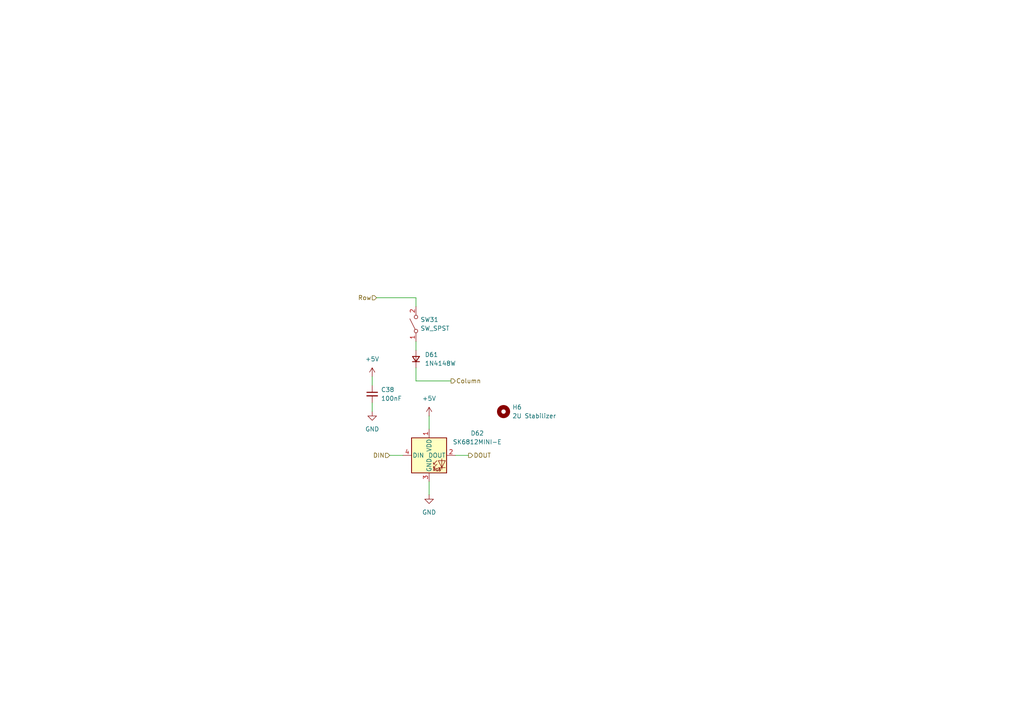
<source format=kicad_sch>
(kicad_sch (version 20250114) (generator "eeschema") (generator_version "9.0")
  (paper "A4")
  (lib_symbols
    (symbol "Device:C_Small" (pin_numbers (hide yes)) (pin_names (offset 0.254) (hide yes))
      (property "Reference" "C" (at 0.254 1.778 0))
      (property "Value" "C_Small" (at 0.254 -2.032 0))
      (symbol "C_Small_0_1"
        (polyline (pts (xy -1.524 0.508) (xy 1.524 0.508)) (stroke (width 0.3048)))
        (polyline (pts (xy -1.524 -0.508) (xy 1.524 -0.508)) (stroke (width 0.3302)))
      )
      (symbol "C_Small_1_1"
        (pin passive line (at 0 2.54 270) (length 2.032) (name "~") (number "1"))
        (pin passive line (at 0 -2.54 90) (length 2.032) (name "~") (number "2"))
      )
    )
    (symbol "Device:D_Small" (pin_numbers (hide yes)) (pin_names (offset 0.254) (hide yes))
      (property "Reference" "D" (at -1.27 2.032 0))
      (property "Value" "D_Small" (at -3.81 -2.032 0))
      (symbol "D_Small_0_1"
        (polyline (pts (xy -0.762 0) (xy 0.762 0)))
        (polyline (pts (xy -0.762 -1.016) (xy -0.762 1.016)) (stroke (width 0.254)))
        (polyline (pts (xy 0.762 -1.016) (xy -0.762 0) (xy 0.762 1.016) (xy 0.762 -1.016)) (stroke (width 0.254)))
      )
      (symbol "D_Small_1_1"
        (pin passive line (at -2.54 0 0) (length 1.778) (name "K") (number "1"))
        (pin passive line (at 2.54 0 180) (length 1.778) (name "A") (number "2"))
      )
    )
    (symbol "Mechanical:MountingHole" (pin_names (offset 1.016)) (in_bom no)
      (property "Reference" "H" (at 0 5.08 0))
      (property "Value" "MountingHole" (at 0 3.175 0))
      (symbol "MountingHole_0_1"
        (circle (center 0 0) (radius 1.27) (stroke (width 1.27)))
      )
    )
    (symbol "SW-Adafruit:SK6812MINI-E" (pin_names (offset 0.254))
      (property "Reference" "D" (at 5.08 5.715 0))
      (property "Value" "SK6812MINI-E" (at 1.27 -5.715 0))
      (symbol "SK6812MINI-E_0_0"
        (text "RGB" (at 2.286 -4.191 0) (effects (font (size 0.762 0.762))))
      )
      (symbol "SK6812MINI-E_0_1"
        (polyline (pts (xy 1.27 -2.54) (xy 1.778 -2.54)))
        (polyline (pts (xy 1.27 -3.556) (xy 1.778 -3.556)))
        (polyline (pts (xy 2.286 -1.524) (xy 1.27 -2.54) (xy 1.27 -2.032)))
        (polyline (pts (xy 2.286 -2.54) (xy 1.27 -3.556) (xy 1.27 -3.048)))
        (polyline (pts (xy 3.683 -1.016) (xy 3.683 -3.556) (xy 3.683 -4.064)))
        (polyline (pts (xy 4.699 -1.524) (xy 2.667 -1.524) (xy 3.683 -3.556) (xy 4.699 -1.524)))
        (polyline (pts (xy 4.699 -3.556) (xy 2.667 -3.556)))
        (rectangle (start 5.08 5.08) (end -5.08 -5.08) (stroke (width 0.254)) (fill (type background)))
      )
      (symbol "SK6812MINI-E_1_1"
        (pin input line (at -7.62 0 0) (length 2.54) (name "DIN") (number "4"))
        (pin power_in line (at 0 7.62 270) (length 2.54) (name "VDD") (number "1"))
        (pin power_in line (at 0 -7.62 90) (length 2.54) (name "GND") (number "3"))
        (pin output line (at 7.62 0 180) (length 2.54) (name "DOUT") (number "2"))
      )
    )
    (symbol "Switch:SW_SPST" (pin_names (offset 0) (hide yes))
      (property "Reference" "SW" (at 0 3.175 0))
      (property "Value" "SW_SPST" (at 0 -2.54 0))
      (symbol "SW_SPST_0_0"
        (circle (center -2.032 0) (radius 0.508))
        (polyline (pts (xy -1.524 0.254) (xy 1.524 1.778)))
        (circle (center 2.032 0) (radius 0.508))
      )
      (symbol "SW_SPST_1_1"
        (pin passive line (at -5.08 0 0) (length 2.54) (name "A") (number "1"))
        (pin passive line (at 5.08 0 180) (length 2.54) (name "B") (number "2"))
      )
    )
    (symbol "power:+5V" (power) (pin_numbers (hide yes)) (pin_names (offset 0) (hide yes))
      (property "Value" "+5V" (at 0 3.556 0))
      (symbol "+5V_0_1"
        (polyline (pts (xy -0.762 1.27) (xy 0 2.54)))
        (polyline (pts (xy 0 2.54) (xy 0.762 1.27)))
        (polyline (pts (xy 0 0) (xy 0 2.54)))
      )
      (symbol "+5V_1_1"
        (pin power_in line (at 0 0 90) (length 0) (name "~") (number "1"))
      )
    )
    (symbol "power:GND" (power) (pin_numbers (hide yes)) (pin_names (offset 0) (hide yes))
      (property "Value" "GND" (at 0 -3.81 0))
      (symbol "GND_0_1"
        (polyline (pts (xy 0 0) (xy 0 -1.27) (xy 1.27 -1.27) (xy 0 -2.54) (xy -1.27 -1.27) (xy 0 -1.27)))
      )
      (symbol "GND_1_1"
        (pin power_in line (at 0 0 270) (length 0) (name "~") (number "1"))
      )
    )
  )
  (wire (pts (xy 120.65 86.36) (xy 120.65 88.9)))
  (wire (pts (xy 120.65 110.49) (xy 130.81 110.49)))
  (wire (pts (xy 120.65 99.06) (xy 120.65 101.6)))
  (wire (pts (xy 132.08 132.08) (xy 135.89 132.08)))
  (wire (pts (xy 109.22 86.36) (xy 120.65 86.36)))
  (wire (pts (xy 113.03 132.08) (xy 116.84 132.08)))
  (wire (pts (xy 107.95 109.22) (xy 107.95 111.76)))
  (wire (pts (xy 124.46 139.7) (xy 124.46 143.51)))
  (wire (pts (xy 124.46 120.65) (xy 124.46 124.46)))
  (wire (pts (xy 107.95 116.84) (xy 107.95 119.38)))
  (wire (pts (xy 120.65 106.68) (xy 120.65 110.49)))
  (hierarchical_label "Column" (shape output) (at 130.81 110.49 0))
  (hierarchical_label "DIN" (shape input) (at 113.03 132.08 180))
  (hierarchical_label "Row" (shape input) (at 109.22 86.36 180))
  (hierarchical_label "DOUT" (shape output) (at 135.89 132.08 0))
  (symbol (lib_id "Switch:SW_SPST") (at 120.65 93.98 90) (unit 1)
    (property "Reference" "SW31" (at 121.92 92.7099 90) (effects (justify right)))
    (property "Value" "SW_SPST" (at 121.92 95.2499 90) (effects (justify right)))
    (property "Footprint" "PCM_Switch_Keyboard_Hotswap_Kailh:SW_Hotswap_Kailh_MX_2.25u" (effects (hide yes)))
    (property "Description" "Single Pole Single Throw (SPST) switch" (effects (hide yes)))
    (instances (project "row_staggered_split_keyboard" (path "" (reference "SW31") (unit 1)) (path "" (reference "SW39") (unit 1)) (path "" (reference "SW5") (unit 1)) (path "" (reference "SW8") (unit 1)) (path "" (reference "SW26") (unit 1)) (path "" (reference "SW10") (unit 1)) (path "" (reference "SW27") (unit 1)) (path "" (reference "SW4") (unit 1)) (path "" (reference "SW13") (unit 1)) (path "" (reference "SW15") (unit 1)) (path "" (reference "SW42") (unit 1)) (path "" (reference "SW29") (unit 1)) (path "" (reference "SW6") (unit 1)) (path "" (reference "SW3") (unit 1)) (path "" (reference "SW18") (unit 1)) (path "" (reference "SW34") (unit 1)) (path "" (reference "SW14") (unit 1)) (path "" (reference "SW32") (unit 1)) (path "" (reference "SW34") (unit 1)) (path "" (reference "SW31") (unit 1)) (path "" (reference "SW25") (unit 1)) (path "" (reference "SW1") (unit 1)) (path "" (reference "SW24") (unit 1)) (path "" (reference "SW40") (unit 1)) (path "" (reference "SW38") (unit 1)) (path "" (reference "SW12") (unit 1)) (path "" (reference "SW41") (unit 1)) (path "" (reference "SW17") (unit 1)) (path "" (reference "SW21") (unit 1)) (path "" (reference "SW20") (unit 1)) (path "" (reference "SW7") (unit 1)) (path "" (reference "SW11") (unit 1)) (path "" (reference "SW22") (unit 1)) (path "" (reference "SW19") (unit 1)) (path "" (reference "SW33") (unit 1))))
  )
  (symbol (lib_id "SW-Adafruit:SK6812MINI-E") (at 124.46 132.08 0) (unit 1)
    (property "Reference" "D62" (at 138.43 125.6598 0))
    (property "Value" "SK6812MINI-E" (at 138.43 128.1998 0))
    (property "Footprint" "SW-Adafruit:LED_SK6812MINI-E_REVERSE_MOUNT_3.2x2.8mm_P1.09mm" (effects (hide yes)))
    (property "Datasheet" "https://cdn-shop.adafruit.com/product-files/4960/4960_SK6812MINI-E_REV02_EN.pdf" (effects (hide yes)))
    (property "Description" "RGB LED with integrated controller" (effects (hide yes)))
    (instances (project "row_staggered_split_keyboard" (path "" (reference "D62") (unit 1)) (path "" (reference "D78") (unit 1)) (path "" (reference "D10") (unit 1)) (path "" (reference "D16") (unit 1)) (path "" (reference "D52") (unit 1)) (path "" (reference "D20") (unit 1)) (path "" (reference "D54") (unit 1)) (path "" (reference "D8") (unit 1)) (path "" (reference "D26") (unit 1)) (path "" (reference "D30") (unit 1)) (path "" (reference "D84") (unit 1)) (path "" (reference "D58") (unit 1)) (path "" (reference "D12") (unit 1)) (path "" (reference "D6") (unit 1)) (path "" (reference "D36") (unit 1)) (path "" (reference "D68") (unit 1)) (path "" (reference "D28") (unit 1)) (path "" (reference "D64") (unit 1)) (path "" (reference "D68") (unit 1)) (path "" (reference "D62") (unit 1)) (path "" (reference "D50") (unit 1)) (path "" (reference "D2") (unit 1)) (path "" (reference "D48") (unit 1)) (path "" (reference "D80") (unit 1)) (path "" (reference "D76") (unit 1)) (path "" (reference "D24") (unit 1)) (path "" (reference "D82") (unit 1)) (path "" (reference "D34") (unit 1)) (path "" (reference "D42") (unit 1)) (path "" (reference "D40") (unit 1)) (path "" (reference "D14") (unit 1)) (path "" (reference "D22") (unit 1)) (path "" (reference "D44") (unit 1)) (path "" (reference "D38") (unit 1)) (path "" (reference "D66") (unit 1))))
  )
  (symbol (lib_id "power:GND") (at 107.95 119.38 0) (unit 1)
    (property "Reference" "#PWR0150" (effects (hide yes)))
    (property "Value" "GND" (at 107.95 124.46 0))
    (property "Description" "Power symbol creates a global label with name \"GND\" , ground" (effects (hide yes)))
  )
  (symbol (lib_id "Device:C_Small") (at 107.95 114.3 0) (unit 1)
    (property "Reference" "C38" (at 110.49 113.0362 0) (effects (justify left)))
    (property "Value" "100nF" (at 110.49 115.5762 0) (effects (justify left)))
    (property "Footprint" "Capacitor_SMD:C_0805_2012Metric_Pad1.18x1.45mm_HandSolder" (effects (hide yes)))
    (property "Description" "Unpolarized capacitor, small symbol" (effects (hide yes)))
  )
  (symbol (lib_id "Device:D_Small") (at 120.65 104.14 90) (unit 1)
    (property "Reference" "D61" (at 123.19 102.8699 90) (effects (justify right)))
    (property "Value" "1N4148W" (at 123.19 105.4099 90) (effects (justify right)))
    (property "Footprint" "Diode_SMD:D_SOD-123" (effects (hide yes)))
    (property "Description" "Diode, small symbol" (effects (hide yes)))
    (property "Sim.Device" "D" (effects (hide yes)))
    (property "Sim.Pins" "1=K 2=A" (effects (hide yes)))
    (instances (project "row_staggered_split_keyboard" (path "" (reference "D61") (unit 1)) (path "" (reference "D77") (unit 1)) (path "" (reference "D9") (unit 1)) (path "" (reference "D15") (unit 1)) (path "" (reference "D51") (unit 1)) (path "" (reference "D19") (unit 1)) (path "" (reference "D53") (unit 1)) (path "" (reference "D7") (unit 1)) (path "" (reference "D25") (unit 1)) (path "" (reference "D29") (unit 1)) (path "" (reference "D83") (unit 1)) (path "" (reference "D57") (unit 1)) (path "" (reference "D11") (unit 1)) (path "" (reference "D5") (unit 1)) (path "" (reference "D35") (unit 1)) (path "" (reference "D67") (unit 1)) (path "" (reference "D27") (unit 1)) (path "" (reference "D63") (unit 1)) (path "" (reference "D67") (unit 1)) (path "" (reference "D61") (unit 1)) (path "" (reference "D49") (unit 1)) (path "" (reference "D1") (unit 1)) (path "" (reference "D47") (unit 1)) (path "" (reference "D79") (unit 1)) (path "" (reference "D75") (unit 1)) (path "" (reference "D23") (unit 1)) (path "" (reference "D81") (unit 1)) (path "" (reference "D33") (unit 1)) (path "" (reference "D41") (unit 1)) (path "" (reference "D39") (unit 1)) (path "" (reference "D13") (unit 1)) (path "" (reference "D21") (unit 1)) (path "" (reference "D43") (unit 1)) (path "" (reference "D37") (unit 1)) (path "" (reference "D65") (unit 1))))
  )
  (symbol (lib_id "power:+5V") (at 107.95 109.22 0) (unit 1)
    (property "Reference" "#PWR0149" (effects (hide yes)))
    (property "Value" "+5V" (at 107.95 104.14 0))
    (property "Description" "Power symbol creates a global label with name \"+5V\"" (effects (hide yes)))
  )
  (symbol (lib_id "power:GND") (at 124.46 143.51 0) (unit 1)
    (property "Reference" "#PWR071" (effects (hide yes)))
    (property "Value" "GND" (at 124.46 148.59 0))
    (property "Description" "Power symbol creates a global label with name \"GND\" , ground" (effects (hide yes)))
    (instances (project "row_staggered_split_keyboard" (path "" (reference "#PWR071") (unit 1)) (path "" (reference "#PWR087") (unit 1)) (path "" (reference "#PWR019") (unit 1)) (path "" (reference "#PWR025") (unit 1)) (path "" (reference "#PWR061") (unit 1)) (path "" (reference "#PWR029") (unit 1)) (path "" (reference "#PWR063") (unit 1)) (path "" (reference "#PWR017") (unit 1)) (path "" (reference "#PWR035") (unit 1)) (path "" (reference "#PWR039") (unit 1)) (path "" (reference "#PWR093") (unit 1)) (path "" (reference "#PWR067") (unit 1)) (path "" (reference "#PWR021") (unit 1)) (path "" (reference "#PWR015") (unit 1)) (path "" (reference "#PWR045") (unit 1)) (path "" (reference "#PWR0152") (unit 1)) (path "" (reference "#PWR037") (unit 1)) (path "" (reference "#PWR073") (unit 1)) (path "" (reference "#PWR077") (unit 1)) (path "" (reference "#PWR071") (unit 1)) (path "" (reference "#PWR059") (unit 1)) (path "" (reference "#PWR011") (unit 1)) (path "" (reference "#PWR057") (unit 1)) (path "" (reference "#PWR089") (unit 1)) (path "" (reference "#PWR085") (unit 1)) (path "" (reference "#PWR033") (unit 1)) (path "" (reference "#PWR091") (unit 1)) (path "" (reference "#PWR043") (unit 1)) (path "" (reference "#PWR051") (unit 1)) (path "" (reference "#PWR049") (unit 1)) (path "" (reference "#PWR023") (unit 1)) (path "" (reference "#PWR031") (unit 1)) (path "" (reference "#PWR053") (unit 1)) (path "" (reference "#PWR047") (unit 1)) (path "" (reference "#PWR075") (unit 1))))
  )
  (symbol (lib_id "Mechanical:MountingHole") (at 146.05 119.38 0) (unit 1)
    (property "Reference" "H6" (at 148.59 118.1099 0) (effects (justify left)))
    (property "Value" "2U Stabilizer" (at 148.59 120.6499 0) (effects (justify left)))
    (property "Footprint" "PCM_Mounting_Keyboard_Stabilizer:Stabilizer_Cherry_MX_2.00u" (effects (hide yes)))
    (property "Description" "Mounting Hole without connection" (effects (hide yes)))
  )
  (symbol (lib_id "power:+5V") (at 124.46 120.65 0) (unit 1)
    (property "Reference" "#PWR070" (effects (hide yes)))
    (property "Value" "+5V" (at 124.46 115.57 0))
    (property "Description" "Power symbol creates a global label with name \"+5V\"" (effects (hide yes)))
    (instances (project "row_staggered_split_keyboard" (path "" (reference "#PWR070") (unit 1)) (path "" (reference "#PWR086") (unit 1)) (path "" (reference "#PWR018") (unit 1)) (path "" (reference "#PWR024") (unit 1)) (path "" (reference "#PWR060") (unit 1)) (path "" (reference "#PWR028") (unit 1)) (path "" (reference "#PWR062") (unit 1)) (path "" (reference "#PWR016") (unit 1)) (path "" (reference "#PWR034") (unit 1)) (path "" (reference "#PWR038") (unit 1)) (path "" (reference "#PWR092") (unit 1)) (path "" (reference "#PWR066") (unit 1)) (path "" (reference "#PWR020") (unit 1)) (path "" (reference "#PWR014") (unit 1)) (path "" (reference "#PWR044") (unit 1)) (path "" (reference "#PWR0151") (unit 1)) (path "" (reference "#PWR036") (unit 1)) (path "" (reference "#PWR072") (unit 1)) (path "" (reference "#PWR076") (unit 1)) (path "" (reference "#PWR070") (unit 1)) (path "" (reference "#PWR058") (unit 1)) (path "" (reference "#PWR010") (unit 1)) (path "" (reference "#PWR056") (unit 1)) (path "" (reference "#PWR088") (unit 1)) (path "" (reference "#PWR084") (unit 1)) (path "" (reference "#PWR032") (unit 1)) (path "" (reference "#PWR090") (unit 1)) (path "" (reference "#PWR042") (unit 1)) (path "" (reference "#PWR050") (unit 1)) (path "" (reference "#PWR048") (unit 1)) (path "" (reference "#PWR022") (unit 1)) (path "" (reference "#PWR030") (unit 1)) (path "" (reference "#PWR052") (unit 1)) (path "" (reference "#PWR046") (unit 1)) (path "" (reference "#PWR074") (unit 1))))
  )
)
</source>
